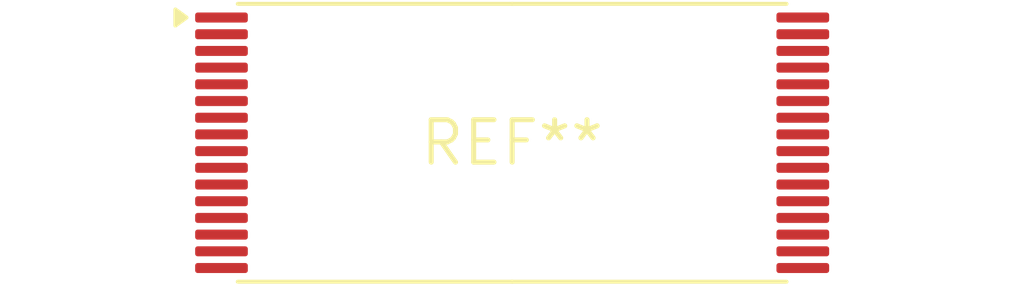
<source format=kicad_pcb>
(kicad_pcb (version 20240108) (generator pcbnew)
  (layers (0 "F.Cu" signal) (31 "B.Cu" signal) (34 "B.Paste" user) (35 "F.Paste" user) (36 "B.SilkS" user "B.Silkscreen") (37 "F.SilkS" user "F.Silkscreen") (38 "B.Mask" user) (39 "F.Mask" user) (44 "Edge.Cuts" user))
  (net 0 "")
  (footprint "TSOP-I-32_16.4x8mm_P0.5mm" (layer "F.Cu") (at 0 0)
    (property "Reference" "REF**")
    (property "Value" "TSOP-I-32_16.4x8mm_P0.5mm")
    (fp_line (start 0 -4.16) (end -8.2 -4.16) (layer "F.SilkS") (stroke (width 0.12)))
    (fp_line (start 0 -4.16) (end 8.2 -4.16) (layer "F.SilkS") (stroke (width 0.12)))
    (fp_line (start 0 4.16) (end -8.2 4.16) (layer "F.SilkS") (stroke (width 0.12)))
    (fp_line (start 0 4.16) (end 8.2 4.16) (layer "F.SilkS") (stroke (width 0.12)))
    (fp_poly (pts (xy -9.735 -3.75) (xy -10.065 -3.99) (xy -10.065 -3.51) (xy -9.735 -3.75)) (layer "F.SilkS") (stroke (width 0.12)) (fill solid))
    (pad "1" smd roundrect (at -8.6875 -3.75) (size 1.575 0.3) (layers "F.Cu" "F.Paste" "F.Mask"))
    (pad "2" smd roundrect (at -8.6875 -3.25) (size 1.575 0.3) (layers "F.Cu" "F.Paste" "F.Mask"))
    (pad "3" smd roundrect (at -8.6875 -2.75) (size 1.575 0.3) (layers "F.Cu" "F.Paste" "F.Mask"))
    (pad "4" smd roundrect (at -8.6875 -2.25) (size 1.575 0.3) (layers "F.Cu" "F.Paste" "F.Mask"))
    (pad "5" smd roundrect (at -8.6875 -1.75) (size 1.575 0.3) (layers "F.Cu" "F.Paste" "F.Mask"))
    (pad "6" smd roundrect (at -8.6875 -1.25) (size 1.575 0.3) (layers "F.Cu" "F.Paste" "F.Mask"))
    (pad "7" smd roundrect (at -8.6875 -0.75) (size 1.575 0.3) (layers "F.Cu" "F.Paste" "F.Mask"))
    (pad "8" smd roundrect (at -8.6875 -0.25) (size 1.575 0.3) (layers "F.Cu" "F.Paste" "F.Mask"))
    (pad "9" smd roundrect (at -8.6875 0.25) (size 1.575 0.3) (layers "F.Cu" "F.Paste" "F.Mask"))
    (pad "10" smd roundrect (at -8.6875 0.75) (size 1.575 0.3) (layers "F.Cu" "F.Paste" "F.Mask"))
    (pad "11" smd roundrect (at -8.6875 1.25) (size 1.575 0.3) (layers "F.Cu" "F.Paste" "F.Mask"))
    (pad "12" smd roundrect (at -8.6875 1.75) (size 1.575 0.3) (layers "F.Cu" "F.Paste" "F.Mask"))
    (pad "13" smd roundrect (at -8.6875 2.25) (size 1.575 0.3) (layers "F.Cu" "F.Paste" "F.Mask"))
    (pad "14" smd roundrect (at -8.6875 2.75) (size 1.575 0.3) (layers "F.Cu" "F.Paste" "F.Mask"))
    (pad "15" smd roundrect (at -8.6875 3.25) (size 1.575 0.3) (layers "F.Cu" "F.Paste" "F.Mask"))
    (pad "16" smd roundrect (at -8.6875 3.75) (size 1.575 0.3) (layers "F.Cu" "F.Paste" "F.Mask"))
    (pad "17" smd roundrect (at 8.6875 3.75) (size 1.575 0.3) (layers "F.Cu" "F.Paste" "F.Mask"))
    (pad "18" smd roundrect (at 8.6875 3.25) (size 1.575 0.3) (layers "F.Cu" "F.Paste" "F.Mask"))
    (pad "19" smd roundrect (at 8.6875 2.75) (size 1.575 0.3) (layers "F.Cu" "F.Paste" "F.Mask"))
    (pad "20" smd roundrect (at 8.6875 2.25) (size 1.575 0.3) (layers "F.Cu" "F.Paste" "F.Mask"))
    (pad "21" smd roundrect (at 8.6875 1.75) (size 1.575 0.3) (layers "F.Cu" "F.Paste" "F.Mask"))
    (pad "22" smd roundrect (at 8.6875 1.25) (size 1.575 0.3) (layers "F.Cu" "F.Paste" "F.Mask"))
    (pad "23" smd roundrect (at 8.6875 0.75) (size 1.575 0.3) (layers "F.Cu" "F.Paste" "F.Mask"))
    (pad "24" smd roundrect (at 8.6875 0.25) (size 1.575 0.3) (layers "F.Cu" "F.Paste" "F.Mask"))
    (pad "25" smd roundrect (at 8.6875 -0.25) (size 1.575 0.3) (layers "F.Cu" "F.Paste" "F.Mask"))
    (pad "26" smd roundrect (at 8.6875 -0.75) (size 1.575 0.3) (layers "F.Cu" "F.Paste" "F.Mask"))
    (pad "27" smd roundrect (at 8.6875 -1.25) (size 1.575 0.3) (layers "F.Cu" "F.Paste" "F.Mask"))
    (pad "28" smd roundrect (at 8.6875 -1.75) (size 1.575 0.3) (layers "F.Cu" "F.Paste" "F.Mask"))
    (pad "29" smd roundrect (at 8.6875 -2.25) (size 1.575 0.3) (layers "F.Cu" "F.Paste" "F.Mask"))
    (pad "30" smd roundrect (at 8.6875 -2.75) (size 1.575 0.3) (layers "F.Cu" "F.Paste" "F.Mask"))
    (pad "31" smd roundrect (at 8.6875 -3.25) (size 1.575 0.3) (layers "F.Cu" "F.Paste" "F.Mask"))
    (pad "32" smd roundrect (at 8.6875 -3.75) (size 1.575 0.3) (layers "F.Cu" "F.Paste" "F.Mask"))
  )
)
</source>
